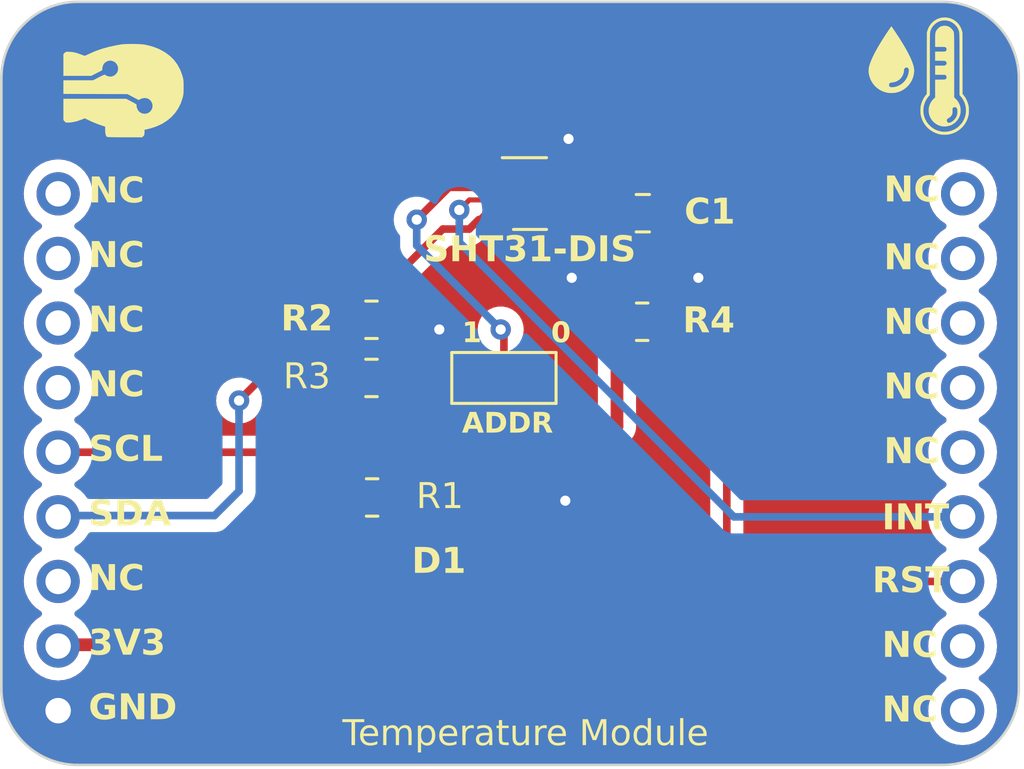
<source format=kicad_pcb>
(kicad_pcb (version 20240108) (generator "pcbnew") (generator_version "8.0")
  (layers (0 "F.Cu" signal) (31 "B.Cu" signal) (34 "B.Paste" user) (35 "F.Paste" user) (36 "B.SilkS" user "B.Silkscreen") (37 "F.SilkS" user "F.Silkscreen") (38 "B.Mask" user) (39 "F.Mask" user) (44 "Edge.Cuts" user))
  (net 0 "")
  (net 1 "GND")
  (net 2 "RESET")
  (net 3 "SDA")
  (net 4 "SCL")
  (net 5 "INT")
  (net 6 "+3V3")
  (net 7 "Net-(D1-A)")
  (net 8 "ADDR")
  (footprint "Resistor_SMD:R_0805_2012Metric" (layer "F.Cu") (at 126.365 103.251 180)
    (property "Reference" "R2" (at 2.54 0 0) (layer "F.SilkS") (effects (font (thickness 0.16) (bold yes))))
    (property "Value" "10k" (hide yes))
    (fp_line (start -0.227064 0.735) (end 0.227064 0.735) (stroke (width 0.12)) (layer "F.SilkS"))
    (fp_line (start -0.227064 -0.735) (end 0.227064 -0.735) (stroke (width 0.12)) (layer "F.SilkS"))
    (pad "1" smd roundrect (at -0.9125 0 180) (size 1.025 1.4) (layers "F.Cu" "F.Paste" "F.Mask") (roundrect_rratio 0.243902439) (net 6 "+3V3"))
    (pad "2" smd roundrect (at 0.9125 0 180) (size 1.025 1.4) (layers "F.Cu" "F.Paste" "F.Mask") (roundrect_rratio 0.243902439) (net 3 "SDA"))
  )
  (footprint "Resistor_SMD:R_0805_2012Metric" (layer "F.Cu") (at 126.365 105.537 180)
    (property "Reference" "R3" (at 2.54 0.01 0) (layer "F.SilkS"))
    (property "Value" "10k" (hide yes))
    (fp_line (start -0.227064 0.735) (end 0.227064 0.735) (stroke (width 0.12)) (layer "F.SilkS"))
    (fp_line (start -0.227064 -0.735) (end 0.227064 -0.735) (stroke (width 0.12)) (layer "F.SilkS"))
    (pad "1" smd roundrect (at -0.9125 0 180) (size 1.025 1.4) (layers "F.Cu" "F.Paste" "F.Mask") (roundrect_rratio 0.243902439) (net 6 "+3V3"))
    (pad "2" smd roundrect (at 0.9125 0 180) (size 1.025 1.4) (layers "F.Cu" "F.Paste" "F.Mask") (roundrect_rratio 0.243902439) (net 4 "SCL"))
  )
  (footprint "Sensor_Humidity:Sensirion_DFN-8-1EP_2.5x2.5mm_P0.5mm_EP1.1x1.7mm" (layer "F.Cu") (at 132.597 98.288)
    (property "Reference" "U1" (hide yes))
    (property "Value" "SHT31-DIS" (at -0.009 2.2452 0) (layer "F.SilkS") (effects (font (thickness 0.2) (bold yes))))
    (fp_line (start -1.09 -1.41) (end 0.65 -1.41) (stroke (width 0.12)) (layer "F.SilkS"))
    (fp_line (start -0.65 1.41) (end 0.65 1.41) (stroke (width 0.12)) (layer "F.SilkS"))
    (pad "1" smd rect (at -1.175 -0.75) (size 0.55 0.25) (layers "F.Cu" "F.Paste" "F.Mask") (net 3 "SDA"))
    (pad "2" smd rect (at -1.175 -0.25) (size 0.55 0.25) (layers "F.Cu" "F.Paste" "F.Mask") (net 8 "ADDR"))
    (pad "3" smd rect (at -1.175 0.25) (size 0.55 0.25) (layers "F.Cu" "F.Paste" "F.Mask") (net 5 "INT"))
    (pad "4" smd rect (at -1.175 0.75 180) (size 0.55 0.25) (layers "F.Cu" "F.Paste" "F.Mask") (net 4 "SCL"))
    (pad "5" smd rect (at 1.175 0.75) (size 0.55 0.25) (layers "F.Cu" "F.Paste" "F.Mask") (net 6 "+3V3"))
    (pad "6" smd rect (at 1.175 0.25) (size 0.55 0.25) (layers "F.Cu" "F.Paste" "F.Mask") (net 2 "RESET"))
    (pad "7" smd rect (at 1.175 -0.25) (size 0.55 0.25) (layers "F.Cu" "F.Paste" "F.Mask") (net 1 "GND"))
    (pad "8" smd rect (at 1.175 -0.75) (size 0.55 0.25) (layers "F.Cu" "F.Paste" "F.Mask") (net 1 "GND"))
    (pad "9" smd custom (at 0 0) (size 1 1) (layers "F.Cu" "F.Mask") (net 1 "GND") (options (clearance outline) (anchor circle)) (primitives (gr_poly (pts (xy 0.5 0.85) (xy -0.5 0.85) (xy -0.5 -0.55) (xy -0.2 -0.85) (xy 0.5 -0.85)) (width 0) (fill yes))))
  )
  (footprint "Resistor_SMD:R_0805_2012Metric" (layer "F.Cu") (at 126.3904 110.236)
    (property "Reference" "R1" (at 2.6625 0 0) (layer "F.SilkS"))
    (property "Value" "470r" (hide yes))
    (fp_line (start -0.227064 -0.735) (end 0.227064 -0.735) (stroke (width 0.12)) (layer "F.SilkS"))
    (fp_line (start -0.227064 0.735) (end 0.227064 0.735) (stroke (width 0.12)) (layer "F.SilkS"))
    (pad "1" smd roundrect (at -0.9125 0) (size 1.025 1.4) (layers "F.Cu" "F.Paste" "F.Mask") (roundrect_rratio 0.243902) (net 6 "+3V3"))
    (pad "2" smd roundrect (at 0.9125 0) (size 1.025 1.4) (layers "F.Cu" "F.Paste" "F.Mask") (roundrect_rratio 0.243902) (net 7 "Net-(D1-A)"))
  )
  (footprint "Capacitor_SMD:C_0805_2012Metric" (layer "F.Cu") (at 137.033 99.06)
    (property "Reference" "C1" (at 2.632 -0.006 0) (layer "F.SilkS") (effects (font (thickness 0.16) (bold yes))))
    (property "Value" "0.1uF" (hide yes))
    (fp_line (start -0.261252 -0.735) (end 0.261252 -0.735) (stroke (width 0.12)) (layer "F.SilkS"))
    (fp_line (start -0.261252 0.735) (end 0.261252 0.735) (stroke (width 0.12)) (layer "F.SilkS"))
    (pad "1" smd roundrect (at -0.95 0) (size 1 1.45) (layers "F.Cu" "F.Paste" "F.Mask") (net 6 "+3V3"))
    (pad "2" smd roundrect (at 0.95 0) (size 1 1.45) (layers "F.Cu" "F.Paste" "F.Mask") (net 1 "GND"))
  )
  (footprint "air_module:air_module" (layer "F.Cu") (at 131.4958 110.8316)
    (property "Reference" "U2" (hide yes))
    (property "Value" "~" (hide yes))
    (fp_poly (pts (xy -14.409382 -18.424609) (xy -14.284373 -18.420345) (xy -14.172436 -18.41358) (xy -14.080802 -18.404375) (xy -14.041724 -18.398303) (xy -13.853269 -18.357149) (xy -13.683331 -18.306133) (xy -13.519369 -18.241174) (xy -13.429404 -18.199111) (xy -13.225809 -18.083691) (xy -13.047121 -17.948997) (xy -12.892918 -17.794515) (xy -12.762778 -17.619731) (xy -12.65628 -17.424131) (xy -12.573 -17.2072) (xy -12.549521 -17.127104) (xy -12.536759 -17.07492) (xy -12.527646 -17.022564) (xy -12.521606 -16.963179) (xy -12.518064 -16.889906) (xy -12.516445 -16.795888) (xy -12.51616 -16.729254) (xy -12.516471 -16.624139) (xy -12.518179 -16.54326) (xy -12.521973 -16.479269) (xy -12.528539 -16.424819) (xy -12.538566 -16.372562) (xy -12.552742 -16.315149) (xy -12.556087 -16.30258) (xy -12.629514 -16.087143) (xy -12.729163 -15.888572) (xy -12.853947 -15.707853) (xy -13.002778 -15.54597) (xy -13.174568 -15.403908) (xy -13.368231 -15.282653) (xy -13.582678 -15.183189) (xy -13.816822 -15.106501) (xy -13.899335 -15.086106) (xy -14.053347 -15.050981) (xy -14.053347 -14.949039) (xy -14.054887 -14.890965) (xy -14.061819 -14.853309) (xy -14.077607 -14.824956) (xy -14.09952 -14.800924) (xy -14.145693 -14.754751) (xy -14.822188 -14.755232) (xy -15.017354 -14.755779) (xy -15.180988 -14.757122) (xy -15.313136 -14.759262) (xy -15.413847 -14.762201) (xy -15.483171 -14.765939) (xy -15.521154 -14.770477) (xy -15.527806 -14.772641) (xy -15.563505 -14.810321) (xy -15.587341 -14.875416) (xy -15.599544 -14.968744) (xy -15.601382 -15.034623) (xy -15.601407 -15.173346) (xy -15.801123 -15.240942) (xy -15.897413 -15.275849) (xy -16.007494 -15.319396) (xy -16.117074 -15.365754) (xy -16.20292 -15.404809) (xy -16.405002 -15.50108) (xy -16.548858 -15.442837) (xy -16.738064 -15.37858) (xy -16.919457 -15.342673) (xy -17.036014 -15.334083) (xy -17.096368 -15.333393) (xy -17.134749 -15.336828) (xy -17.160749 -15.347281) (xy -17.183963 -15.367645) (xy -17.197923 -15.382892) (xy -17.244143 -15.434479) (xy -17.244143 -15.852824) (xy -17.244143 -16.271169) (xy -16.010726 -16.271169) (xy -14.77731 -16.271169) (xy -14.567601 -16.160489) (xy -14.48664 -16.117331) (xy -14.429866 -16.085528) (xy -14.393293 -16.062146) (xy -14.372934 -16.044251) (xy -14.364803 -16.028908) (xy -14.364911 -16.013181) (xy -14.365213 -16.01152) (xy -14.36356 -15.958395) (xy -14.345036 -15.893567) (xy -14.3142 -15.828542) (xy -14.27561 -15.774828) (xy -14.268562 -15.767605) (xy -14.220027 -15.731434) (xy -14.160444 -15.701004) (xy -14.138599 -15.693187) (xy -14.044845 -15.679294) (xy -13.957182 -15.692779) (xy -13.879309 -15.729553) (xy -13.814926 -15.785526) (xy -13.767732 -15.856611) (xy -13.741427 -15.938718) (xy -13.739711 -16.027758) (xy -13.761874 -16.109552) (xy -13.812507 -16.193911) (xy -13.88157 -16.255114) (xy -13.964389 -16.291555) (xy -14.056294 -16.301627) (xy -14.152611 -16.283725) (xy -14.204852 -16.261841) (xy -14.28573 -16.220921) (xy -14.505204 -16.336872) (xy -14.724678 -16.452824) (xy -15.98441 -16.457138) (xy -17.244143 -16.461453) (xy -17.244143 -16.72962) (xy -17.244143 -16.997786) (xy -16.659908 -16.997786) (xy -16.075673 -16.997786) (xy -15.84744 -17.11641) (xy -15.749428 -17.165928) (xy -15.676635 -17.199529) (xy -15.629594 -17.216985) (xy -15.608844 -17.218071) (xy -15.608333 -17.217439) (xy -15.588169 -17.200581) (xy -15.550213 -17.178859) (xy -15.532275 -17.170245) (xy -15.441144 -17.144115) (xy -15.35248 -17.145987) (xy -15.27045 -17.172316) (xy -15.19922 -17.219556) (xy -15.142957 -17.284165) (xy -15.105828 -17.362595) (xy -15.092 -17.451304) (xy -15.102599 -17.535769) (xy -15.139889 -17.622434) (xy -15.199 -17.691754) (xy -15.274232 -17.740831) (xy -15.359887 -17.766768) (xy -15.450265 -17.766666) (xy -15.518719 -17.747343) (xy -15.603564 -17.697205) (xy -15.664 -17.627479) (xy -15.700644 -17.537286) (xy -15.711338 -17.4743) (xy -15.719827 -17.390055) (xy -15.932045 -17.280799) (xy -16.144263 -17.171542) (xy -16.694203 -17.171542) (xy -17.244143 -17.171542) (xy -17.244143 -17.59925) (xy -17.244143 -18.026958) (xy -17.19797 -18.073131) (xy -17.171241 -18.097234) (xy -17.144844 -18.11106) (xy -17.108952 -18.117397) (xy -17.053736 -18.119029) (xy -17.036061 -18.119029) (xy -16.888934 -18.108389) (xy -16.737628 -18.076092) (xy -16.574707 -18.02053) (xy -16.567054 -18.017486) (xy -16.503947 -17.993107) (xy -16.450536 -17.974072) (xy -16.414495 -17.963039) (xy -16.404952 -17.961343) (xy -16.383132 -17.968004) (xy -16.339239 -17.986194) (xy -16.27941 -18.013224) (xy -16.209783 -18.046407) (xy -16.201562 -18.050428) (xy -15.977798 -18.148206) (xy -15.72745 -18.235531) (xy -15.454095 -18.311363) (xy -15.161304 -18.374665) (xy -14.977414 -18.406257) (xy -14.895512 -18.415422) (xy -14.790527 -18.421778) (xy -14.66969 -18.425387) (xy -14.540231 -18.42631)) (fill solid) (layer "F.SilkS"))
    (fp_line (start -19.68 -17.08) (end -19.68 6.92) (stroke (width 0.1)) (layer "Edge.Cuts"))
    (fp_line (start -16.68 9.92) (end 17.32 9.92) (stroke (width 0.1)) (layer "Edge.Cuts"))
    (fp_line (start 17.32 -20.08) (end -16.68 -20.08) (stroke (width 0.1)) (layer "Edge.Cuts"))
    (fp_line (start 20.32 6.92) (end 20.32 -17.08) (stroke (width 0.1)) (layer "Edge.Cuts"))
    (fp_arc (start -19.68 -17.08) (mid -18.80132 -19.20132) (end -16.68 -20.08) (stroke (width 0.1)) (layer "Edge.Cuts"))
    (fp_arc (start -16.68 9.92) (mid -18.80132 9.04132) (end -19.68 6.92) (stroke (width 0.1)) (layer "Edge.Cuts"))
    (fp_arc (start 17.32 -20.08) (mid 19.44132 -19.20132) (end 20.32 -17.08) (stroke (width 0.1)) (layer "Edge.Cuts"))
    (fp_arc (start 20.32 6.92) (mid 19.44132 9.04132) (end 17.32 9.92) (stroke (width 0.1)) (layer "Edge.Cuts"))
    (fp_text user "SDA" (at -16.256 0.6744 0) (layer "F.SilkS") (effects (font (thickness 0.2) (bold yes)) (justify left bottom)))
    (fp_text user "NC" (at 14.9352 5.842 0) (layer "F.SilkS") (effects (font (thickness 0.2) (bold yes)) (justify left bottom)))
    (fp_text user "NC" (at -16.256 -9.4856 0) (layer "F.SilkS") (effects (font (thickness 0.2) (bold yes)) (justify left bottom)))
    (fp_text user "NC" (at 15.0114 -1.778 0) (layer "F.SilkS") (effects (font (thickness 0.2) (bold yes)) (justify left bottom)))
    (fp_text user "NC" (at -16.256 -4.4056 0) (layer "F.SilkS") (effects (font (thickness 0.2) (bold yes)) (justify left bottom)))
    (fp_text user "INT" (at 14.9352 0.8268 0) (layer "F.SilkS") (effects (font (thickness 0.2) (bold yes)) (justify left bottom)))
    (fp_text user "NC" (at 15.0114 -12.065 0) (layer "F.SilkS") (effects (font (thickness 0.2) (bold yes)) (justify left bottom)))
    (fp_text user "NC" (at 15.0114 -6.858 0) (layer "F.SilkS") (effects (font (thickness 0.2) (bold yes)) (justify left bottom)))
    (fp_text user "SCL" (at -16.256 -1.8656 0) (layer "F.SilkS") (effects (font (thickness 0.2) (bold yes)) (justify left bottom)))
    (fp_text user "NC" (at -16.256 -12.0256 0) (layer "F.SilkS") (effects (font (thickness 0.2) (bold yes)) (justify left bottom)))
    (fp_text user "Temperature Module" (at -6.2738 9.3104 0) (layer "F.SilkS") (effects (font (thickness 0.1)) (justify left bottom)))
    (fp_text user "NC" (at -16.256 -6.9456 0) (layer "F.SilkS") (effects (font (thickness 0.2) (bold yes)) (justify left bottom)))
    (fp_text user "NC" (at 15.0114 -4.318 0) (layer "F.SilkS") (effects (font (thickness 0.2) (bold yes)) (justify left bottom)))
    (fp_text user "NC" (at -16.256 3.2144 0) (layer "F.SilkS") (effects (font (thickness 0.2) (bold yes)) (justify left bottom)))
    (fp_text user "NC" (at 15.0114 -9.398 0) (layer "F.SilkS") (effects (font (thickness 0.2) (bold yes)) (justify left bottom)))
    (fp_text user "RST" (at 14.5542 3.302 0) (layer "F.SilkS") (effects (font (thickness 0.2) (bold yes)) (justify left bottom)))
    (fp_text user "3V3" (at -16.256 5.7544 0) (layer "F.SilkS") (effects (font (thickness 0.2) (bold yes)) (justify left bottom)))
    (fp_text user "GND" (at -16.256 8.2944 0) (layer "F.SilkS") (effects (font (thickness 0.2) (bold yes)) (justify left bottom)))
    (fp_text user "NC" (at 14.9352 8.382 0) (layer "F.SilkS") (effects (font (thickness 0.2) (bold yes)) (justify left bottom)))
    (pad "1" thru_hole oval (at -17.4498 -12.5336) (size 1.7 1.7) (drill 1) (layers "*.Cu" "*.Mask"))
    (pad "2" thru_hole oval (at -17.4498 -9.9936) (size 1.7 1.7) (drill 1) (layers "*.Cu" "*.Mask"))
    (pad "3" thru_hole oval (at -17.4498 -7.4536) (size 1.7 1.7) (drill 1) (layers "*.Cu" "*.Mask"))
    (pad "4" thru_hole oval (at -17.4498 -4.9136) (size 1.7 1.7) (drill 1) (layers "*.Cu" "*.Mask"))
    (pad "5" thru_hole oval (at -17.4498 -2.3736) (size 1.7 1.7) (drill 1) (layers "*.Cu" "*.Mask") (net 4 "SCL"))
    (pad "6" thru_hole oval (at -17.4498 0.1664) (size 1.7 1.7) (drill 1) (layers "*.Cu" "*.Mask") (net 3 "SDA"))
    (pad "7" thru_hole oval (at -17.4498 2.7064) (size 1.7 1.7) (drill 1) (layers "*.Cu" "*.Mask"))
    (pad "8" thru_hole oval (at -17.4498 5.2464) (size 1.7 1.7) (drill 1) (layers "*.Cu" "*.Mask") (net 6 "+3V3"))
    (pad "9" thru_hole oval (at -17.4498 7.7864) (size 1.7 1.7) (drill 1) (layers "*.Cu" "*.Mask") (net 1 "GND"))
    (pad "10" thru_hole oval (at 18.1102 7.7864) (size 1.7 1.7) (drill 1) (layers "*.Cu" "*.Mask"))
    (pad "11" thru_hole oval (at 18.1102 5.2464) (size 1.7 1.7) (drill 1) (layers "*.Cu" "*.Mask"))
    (pad "12" thru_hole oval (at 18.1102 2.7064) (size 1.7 1.7) (drill 1) (layers "*.Cu" "*.Mask") (net 2 "RESET"))
    (pad "13" thru_hole oval (at 18.1102 0.1664) (size 1.7 1.7) (drill 1) (layers "*.Cu" "*.Mask") (net 5 "INT"))
    (pad "14" thru_hole oval (at 18.1102 -2.3736) (size 1.7 1.7) (drill 1) (layers "*.Cu" "*.Mask"))
    (pad "15" thru_hole oval (at 18.1102 -4.9136) (size 1.7 1.7) (drill 1) (layers "*.Cu" "*.Mask"))
    (pad "16" thru_hole oval (at 18.1102 -7.4536) (size 1.7 1.7) (drill 1) (layers "*.Cu" "*.Mask"))
    (pad "17" thru_hole oval (at 18.1102 -9.9936) (size 1.7 1.7) (drill 1) (layers "*.Cu" "*.Mask"))
    (pad "18" thru_hole oval (at 18.1102 -12.5336) (size 1.7 1.7) (drill 1) (layers "*.Cu" "*.Mask"))
  )
  (footprint "memin:SHT_31" (layer "F.Cu") (at 147.828 93.472)
    (property "Reference" "G***" (hide yes))
    (property "Value" "LOGO" (hide yes))
    (fp_poly (pts (xy -1.009769 -1.745052) (xy -0.99695 -1.727502) (xy -0.977017 -1.698934) (xy -0.951185 -1.661181) (xy -0.920674 -1.616075) (xy -0.886699 -1.565447) (xy -0.850479 -1.511132) (xy -0.813231 -1.454959) (xy -0.776173 -1.398763) (xy -0.740521 -1.344375) (xy -0.707493 -1.293627) (xy -0.678307 -1.248351) (xy -0.654179 -1.210381) (xy -0.648627 -1.201517) (xy -0.548326 -1.03739) (xy -0.458864 -0.883842) (xy -0.380168 -0.740703) (xy -0.312166 -0.607807) (xy -0.254787 -0.484983) (xy -0.207957 -0.372064) (xy -0.171604 -0.268881) (xy -0.145657 -0.175265) (xy -0.130042 -0.091048) (xy -0.124689 -0.016062) (xy -0.125853 0.018233) (xy -0.141781 0.139333) (xy -0.171154 0.253118) (xy -0.214026 0.35971) (xy -0.270452 0.459229) (xy -0.340487 0.551798) (xy -0.394762 0.609706) (xy -0.483662 0.68676) (xy -0.580112 0.750539) (xy -0.683639 0.800798) (xy -0.793769 0.837293) (xy -0.868251 0.853446) (xy -0.919923 0.859925) (xy -0.980335 0.863489) (xy -1.044065 0.864131) (xy -1.105693 0.861845) (xy -1.159798 0.856625) (xy -1.17746 0.853833) (xy -1.291634 0.825561) (xy -1.399583 0.78363) (xy -1.50035 0.728761) (xy -1.592982 0.661675) (xy -1.676523 0.583093) (xy -1.70971 0.542743) (xy -1.116451 0.542743) (xy -1.11207 0.575746) (xy -1.095875 0.604868) (xy -1.076492 0.62171) (xy -1.051464 0.630803) (xy -1.015143 0.634953) (xy -0.970668 0.634355) (xy -0.921175 0.629201) (xy -0.869801 0.619683) (xy -0.819683 0.605996) (xy -0.819355 0.60589) (xy -0.724989 0.567512) (xy -0.638601 0.516904) (xy -0.561157 0.455268) (xy -0.49362 0.383808) (xy -0.436959 0.303728) (xy -0.392136 0.216231) (xy -0.360119 0.122522) (xy -0.341873 0.023803) (xy -0.340398 0.008806) (xy -0.338594 -0.038842) (xy -0.342553 -0.073439) (xy -0.344234 -0.079329) (xy -0.361766 -0.109635) (xy -0.389498 -0.13058) (xy -0.423964 -0.13972) (xy -0.43016 -0.139924) (xy -0.465561 -0.133036) (xy -0.494248 -0.113441) (xy -0.514959 -0.082745) (xy -0.526432 -0.042552) (xy -0.528357 -0.01501) (xy -0.535189 0.050341) (xy -0.554521 0.118173) (xy -0.584664 0.18521) (xy -0.623927 0.248175) (xy -0.670621 0.303791) (xy -0.711624 0.340355) (xy -0.777819 0.384829) (xy -0.846355 0.417239) (xy -0.920918 0.439006) (xy -0.9983 0.450883) (xy -1.032143 0.454799) (xy -1.054807 0.459205) (xy -1.070405 0.465428) (xy -1.08305 0.474797) (xy -1.088508 0.480029) (xy -1.108703 0.509592) (xy -1.116451 0.542743) (xy -1.70971 0.542743) (xy -1.750018 0.493736) (xy -1.812513 0.394324) (xy -1.829461 0.361665) (xy -1.869879 0.26612) (xy -1.898692 0.167583) (xy -1.915511 0.068564) (xy -1.919947 -0.028426) (xy -1.911612 -0.120878) (xy -1.907527 -0.142796) (xy -1.884415 -0.233597) (xy -1.850582 -0.334858) (xy -1.806197 -0.446267) (xy -1.751425 -0.567514) (xy -1.686435 -0.698286) (xy -1.611393 -0.838273) (xy -1.526467 -0.987162) (xy -1.431823 -1.144643) (xy -1.327628 -1.310403) (xy -1.214049 -1.484132) (xy -1.091254 -1.665519) (xy -1.089219 -1.668476) (xy -1.02393 -1.763332)) (fill solid) (layer "F.SilkS"))
    (fp_poly (pts (xy 1.134845 -2.106789) (xy 1.208663 -2.097478) (xy 1.235168 -2.091796) (xy 1.333408 -2.060085) (xy 1.424567 -2.015304) (xy 1.50763 -1.958446) (xy 1.581583 -1.890504) (xy 1.645412 -1.812472) (xy 1.698101 -1.725342) (xy 1.738636 -1.630107) (xy 1.752442 -1.585594) (xy 1.772679 -1.512361) (xy 1.774796 -0.307144) (xy 1.776913 0.898073) (xy 1.806213 0.933374) (xy 1.873486 1.025429) (xy 1.930477 1.126173) (xy 1.974901 1.231456) (xy 1.982008 1.252481) (xy 1.997919 1.304585) (xy 2.009539 1.351014) (xy 2.017469 1.396037) (xy 2.022312 1.443923) (xy 2.024671 1.498942) (xy 2.025167 1.558305) (xy 2.02483 1.608787) (xy 2.02378 1.647829) (xy 2.021626 1.679305) (xy 2.017981 1.707086) (xy 2.012456 1.735045) (xy 2.004661 1.767054) (xy 2.003913 1.769962) (xy 1.979835 1.853166) (xy 1.952413 1.926349) (xy 1.919283 1.994777) (xy 1.878079 2.063713) (xy 1.85928 2.091917) (xy 1.787219 2.184032) (xy 1.704017 2.2666) (xy 1.611252 2.338603) (xy 1.510504 2.399028) (xy 1.403349 2.446856) (xy 1.291365 2.481074) (xy 1.237567 2.492156) (xy 1.187989 2.498365) (xy 1.128679 2.501992) (xy 1.064721 2.503044) (xy 1.001198 2.501529) (xy 0.943192 2.497452) (xy 0.900502 2.491707) (xy 0.795095 2.465648) (xy 0.691301 2.426503) (xy 0.591602 2.375722) (xy 0.498476 2.314758) (xy 0.414403 2.24506) (xy 0.341863 2.168081) (xy 0.3367 2.161736) (xy 0.273951 2.07714) (xy 0.223507 1.993585) (xy 0.183282 1.90688) (xy 0.151189 1.812829) (xy 0.137415 1.76123) (xy 0.128019 1.710184) (xy 0.121639 1.648595) (xy 0.118394 1.582338) (xy 0.23479 1.582338) (xy 0.24575 1.689954) (xy 0.271005 1.795532) (xy 0.281332 1.826319) (xy 0.320993 1.920186) (xy 0.370074 2.005141) (xy 0.430644 2.084349) (xy 0.492534 2.149355) (xy 0.570389 2.217185) (xy 0.651003 2.272559) (xy 0.736724 2.316582) (xy 0.8299 2.350362) (xy 0.932877 2.375006) (xy 0.991649 2.384659) (xy 1.018262 2.386468) (xy 1.05561 2.386449) (xy 1.099251 2.384856) (xy 1.144749 2.381941) (xy 1.187662 2.377957) (xy 1.223552 2.373157) (xy 1.23669 2.370701) (xy 1.324845 2.346619) (xy 1.412145 2.312995) (xy 1.494095 2.27185) (xy 1.566203 2.225209) (xy 1.575483 2.218181) (xy 1.612765 2.186689) (xy 1.653706 2.147761) (xy 1.694558 2.105327) (xy 1.731574 2.063319) (xy 1.761009 2.025668) (xy 1.766502 2.017757) (xy 1.822335 1.921363) (xy 1.864615 1.819104) (xy 1.893122 1.712591) (xy 1.907636 1.603433) (xy 1.907936 1.49324) (xy 1.893802 1.383622) (xy 1.867187 1.282635) (xy 1.834582 1.201914) (xy 1.791199 1.120509) (xy 1.740272 1.04392) (xy 1.692833 0.986019) (xy 1.654024 0.943556) (xy 1.653892 -0.265258) (xy 1.653879 -0.427563) (xy 1.653863 -0.575294) (xy 1.653823 -0.70919) (xy 1.653735 -0.829993) (xy 1.653578 -0.938442) (xy 1.653329 -1.035278) (xy 1.652966 -1.121241) (xy 1.652468 -1.197073) (xy 1.651811 -1.263513) (xy 1.650974 -1.321301) (xy 1.649935 -1.371179) (xy 1.648671 -1.413886) (xy 1.64716 -1.450164) (xy 1.64538 -1.480751) (xy 1.643309 -1.50639) (xy 1.640925 -1.52782) (xy 1.638204 -1.545781) (xy 1.635127 -1.561015) (xy 1.631669 -1.574261) (xy 1.627809 -1.58626) (xy 1.623525 -1.597752) (xy 1.618794 -1.609478) (xy 1.613595 -1.622178) (xy 1.613212 -1.623124) (xy 1.584346 -1.685172) (xy 1.549838 -1.740047) (xy 1.506202 -1.792924) (xy 1.481588 -1.818519) (xy 1.408585 -1.881687) (xy 1.330273 -1.93049) (xy 1.246641 -1.964932) (xy 1.157681 -1.985018) (xy 1.074468 -1.990823) (xy 0.980075 -1.983852) (xy 0.891062 -1.962545) (xy 0.807492 -1.926928) (xy 0.729428 -1.877028) (xy 0.662518 -1.818519) (xy 0.613396 -1.764795) (xy 0.575039 -1.711502) (xy 0.543959 -1.653465) (xy 0.530894 -1.623124) (xy 0.525661 -1.610328) (xy 0.520898 -1.598558) (xy 0.516583 -1.587073) (xy 0.512694 -1.575134) (xy 0.509209 -1.562) (xy 0.506105 -1.54693) (xy 0.503361 -1.529184) (xy 0.500953 -1.508021) (xy 0.498861 -1.482702) (xy 0.497061 -1.452486) (xy 0.495532 -1.416631) (xy 0.494252 -1.374399) (xy 0.493197 -1.325048) (xy 0.492347 -1.267839) (xy 0.491678 -1.20203) (xy 0.49117 -1.126881) (xy 0.490798 -1.041652) (xy 0.490542 -0.945602) (xy 0.490379 -0.837992) (xy 0.490287 -0.71808) (xy 0.490244 -0.585126) (xy 0.490228 -0.43839) (xy 0.490215 -0.277131) (xy 0.490214 -0.265258) (xy 0.490081 0.943556) (xy 0.450476 0.986746) (xy 0.382693 1.071755) (xy 0.327198 1.164677) (xy 0.284327 1.263855) (xy 0.254412 1.36763) (xy 0.237788 1.474344) (xy 0.23479 1.582338) (xy 0.118394 1.582338) (xy 0.118326 1.580944) (xy 0.118131 1.511712) (xy 0.121104 1.445382) (xy 0.127297 1.386436) (xy 0.132815 1.355381) (xy 0.163815 1.24545) (xy 0.207956 1.138003) (xy 0.263551 1.036621) (xy 0.323086 0.952129) (xy 0.367194 0.896624) (xy 0.369484 -0.307868) (xy 0.371775 -1.512361) (xy 0.38882 -1.576055) (xy 0.422718 -1.674637) (xy 0.469172 -1.765921) (xy 0.527111 -1.848842) (xy 0.595466 -1.922337) (xy 0.673164 -1.985341) (xy 0.759135 -2.03679) (xy 0.852309 -2.075619) (xy 0.907416 -2.091499) (xy 0.978156 -2.103794) (xy 1.055987 -2.108892)) (fill solid) (layer "F.SilkS"))
    (fp_poly (pts (xy 1.120302 -1.780719) (xy 1.191557 -1.765083) (xy 1.251431 -1.73999) (xy 1.286521 -1.71671) (xy 1.324228 -1.684309) (xy 1.360092 -1.647247) (xy 1.389652 -1.609985) (xy 1.403058 -1.588363) (xy 1.408692 -1.578071) (xy 1.413826 -1.568797) (xy 1.418485 -1.55982) (xy 1.422692 -1.550425) (xy 1.426468 -1.539893) (xy 1.429839 -1.527507) (xy 1.432826 -1.512549) (xy 1.435452 -1.494301) (xy 1.437741 -1.472046) (xy 1.439716 -1.445066) (xy 1.4414 -1.412643) (xy 1.442815 -1.37406) (xy 1.443986 -1.328599) (xy 1.444934 -1.275543) (xy 1.445683 -1.214173) (xy 1.446256 -1.143772) (xy 1.446676 -1.063623) (xy 1.446967 -0.973008) (xy 1.44715 -0.871208) (xy 1.44725 -0.757507) (xy 1.447289 -0.631187) (xy 1.44729 -0.491529) (xy 1.447277 -0.337818) (xy 1.447271 -0.211787) (xy 1.447271 1.035795) (xy 1.497326 1.081661) (xy 1.562428 1.151514) (xy 1.616834 1.231329) (xy 1.659306 1.319026) (xy 1.684919 1.397498) (xy 1.69482 1.45062) (xy 1.700251 1.512422) (xy 1.701042 1.576884) (xy 1.697028 1.637989) (xy 1.692465 1.66934) (xy 1.668617 1.757789) (xy 1.63099 1.842243) (xy 1.580949 1.920958) (xy 1.519865 1.99219) (xy 1.449104 2.054196) (xy 1.370035 2.105232) (xy 1.337598 2.12162) (xy 1.271263 2.146854) (xy 1.196612 2.165474) (xy 1.118929 2.176671) (xy 1.043494 2.179634) (xy 0.987243 2.175381) (xy 0.892336 2.154568) (xy 0.80322 2.120199) (xy 0.721055 2.073312) (xy 0.647 2.014949) (xy 0.582213 1.94615) (xy 0.577324 1.939118) (xy 1.156286 1.939118) (xy 1.162787 1.976154) (xy 1.181044 2.006417) (xy 1.205666 2.02502) (xy 1.227413 2.0335) (xy 1.248482 2.035519) (xy 1.272713 2.030535) (xy 1.303945 2.018011) (xy 1.32418 2.008362) (xy 1.383237 1.971837) (xy 1.43816 1.923679) (xy 1.48629 1.867088) (xy 1.524971 1.80527) (xy 1.551543 1.741425) (xy 1.554665 1.7306) (xy 1.565187 1.679613) (xy 1.57078 1.625884) (xy 1.571521 1.573055) (xy 1.567488 1.52477) (xy 1.558759 1.484671) (xy 1.548944 1.461763) (xy 1.525292 1.435505) (xy 1.494229 1.420574) (xy 1.45954 1.41785) (xy 1.425014 1.428213) (xy 1.419044 1.431575) (xy 1.400615 1.444624) (xy 1.388608 1.459139) (xy 1.382058 1.478352) (xy 1.379995 1.505491) (xy 1.381453 1.543787) (xy 1.382192 1.554614) (xy 1.383093 1.618613) (xy 1.375356 1.67272) (xy 1.358357 1.720095) (xy 1.344502 1.744953) (xy 1.315105 1.781743) (xy 1.276073 1.816776) (xy 1.232797 1.84532) (xy 1.226234 1.848769) (xy 1.189548 1.871859) (xy 1.166884 1.897507) (xy 1.156975 1.927348) (xy 1.156286 1.939118) (xy 0.577324 1.939118) (xy 0.527854 1.867956) (xy 0.485083 1.781406) (xy 0.458346 1.700685) (xy 0.448523 1.647889) (xy 0.44335 1.586298) (xy 0.442885 1.521728) (xy 0.447186 1.459995) (xy 0.455458 1.410466) (xy 0.484691 1.317722) (xy 0.527255 1.230506) (xy 0.581906 1.150979) (xy 0.643255 1.085097) (xy 0.696834 1.035491) (xy 0.696834 0.686791) (xy 0.696834 0.338092) (xy 0.890544 0.335597) (xy 0.95123 0.334706) (xy 0.998521 0.33369) (xy 1.034339 0.332406) (xy 1.060605 0.33071) (xy 1.079238 0.328461) (xy 1.09216 0.325513) (xy 1.101292 0.321725) (xy 1.104795 0.319629) (xy 1.130685 0.29442) (xy 1.144605 0.262871) (xy 1.146216 0.228604) (xy 1.135184 0.19524) (xy 1.118432 0.173009) (xy 1.094757 0.149321) (xy 0.895796 0.147044) (xy 0.696834 0.144768) (xy 0.696834 -0.034822) (xy 0.696834 -0.214411) (xy 0.88714 -0.214411) (xy 0.946085 -0.214457) (xy 0.991738 -0.214705) (xy 1.026126 -0.215318) (xy 1.05127 -0.21646) (xy 1.069196 -0.218294) (xy 1.081928 -0.220983) (xy 1.09149 -0.224691) (xy 1.099906 -0.229581) (xy 1.103353 -0.23187) (xy 1.131754 -0.25863) (xy 1.146389 -0.290119) (xy 1.146792 -0.32417) (xy 1.132495 -0.358615) (xy 1.131133 -0.360686) (xy 1.12138 -0.373564) (xy 1.110188 -0.383694) (xy 1.095689 -0.391408) (xy 1.076015 -0.397036) (xy 1.049297 -0.400909) (xy 1.013669 -0.403359) (xy 0.967262 -0.404717) (xy 0.908207 -0.405313) (xy 0.8787 -0.405417) (xy 0.696834 -0.405849) (xy 0.696834 -0.585801) (xy 0.696834 -0.765752) (xy 0.888653 -0.765752) (xy 0.950636 -0.765909) (xy 0.99916 -0.766446) (xy 1.036077 -0.767465) (xy 1.063239 -0.769064) (xy 1.082499 -0.771346) (xy 1.09571 -0.774409) (xy 1.102934 -0.777368) (xy 1.12801 -0.79826) (xy 1.143368 -0.827462) (xy 1.147987 -0.860679) (xy 1.140845 -0.893617) (xy 1.133724 -0.9069) (xy 1.125078 -0.919214) (xy 1.116018 -0.928861) (xy 1.104657 -0.936167) (xy 1.089106 -0.941463) (xy 1.067476 -0.945076) (xy 1.03788 -0.947335) (xy 0.998428 -0.948568) (xy 0.947233 -0.949104) (xy 0.890187 -0.949262) (xy 0.696834 -0.949533) (xy 0.696834 -1.204451) (xy 0.696977 -1.281647) (xy 0.697546 -1.345376) (xy 0.698754 -1.397484) (xy 0.700814 -1.439818) (xy 0.703939 -1.474224) (xy 0.708341 -1.502548) (xy 0.714233 -1.526636) (xy 0.721827 -1.548336) (xy 0.731336 -1.569494) (xy 0.741047 -1.588363) (xy 0.764327 -1.623453) (xy 0.796728 -1.66116) (xy 0.83379 -1.697023) (xy 0.871052 -1.726583) (xy 0.892674 -1.73999) (xy 0.923499 -1.754156) (xy 0.958827 -1.767191) (xy 0.976602 -1.772465) (xy 1.047315 -1.783337)) (fill solid) (layer "F.SilkS"))
  )
  (footprint "Resistor_SMD:R_0805_2012Metric" (layer "F.Cu") (at 137.0076 103.3272)
    (property "Reference" "R4" (at 2.6162 0 0) (layer "F.SilkS") (effects (font (thickness 0.16) (bold yes))))
    (property "Value" "10k" (hide yes))
    (fp_line (start -0.227064 -0.735) (end 0.227064 -0.735) (stroke (width 0.12)) (layer "F.SilkS"))
    (fp_line (start -0.227064 0.735) (end 0.227064 0.735) (stroke (width 0.12)) (layer "F.SilkS"))
    (pad "1" smd roundrect (at -0.9125 0) (size 1.025 1.4) (layers "F.Cu" "F.Paste" "F.Mask") (roundrect_rratio 0.243902) (net 6 "+3V3"))
    (pad "2" smd roundrect (at 0.9125 0) (size 1.025 1.4) (layers "F.Cu" "F.Paste" "F.Mask") (roundrect_rratio 0.243902) (net 2 "RESET"))
  )
  (footprint "LED_SMD:LED_0805_2012Metric" (layer "F.Cu") (at 126.365 112.784)
    (property "Reference" "D1" (at 2.65 0 0) (layer "F.SilkS") (effects (font (thickness 0.2) (bold yes))))
    (property "Value" "LED" (hide yes))
    (pad "1" smd roundrect (at -0.9375 0) (size 0.975 1.4) (layers "F.Cu" "F.Paste" "F.Mask") (net 1 "GND"))
    (pad "2" smd roundrect (at 0.9375 0) (size 0.975 1.4) (layers "F.Cu" "F.Paste" "F.Mask") (net 7 "Net-(D1-A)"))
  )
  (footprint "Jumper:SolderJumper-3_P1.3mm_Open_Pad1.0x1.5mm" (layer "F.Cu") (at 131.572 105.537)
    (property "Reference" "JP2" (hide yes))
    (property "Value" "Jumper_3_Open" (hide yes))
    (fp_line (start -2.05 -1) (end 2.05 -1) (stroke (width 0.12)) (layer "F.SilkS"))
    (fp_line (start -2.05 1) (end -2.05 -1) (stroke (width 0.12)) (layer "F.SilkS"))
    (fp_line (start 2.05 -1) (end 2.05 1) (stroke (width 0.12)) (layer "F.SilkS"))
    (fp_line (start 2.05 1) (end -2.05 1) (stroke (width 0.12)) (layer "F.SilkS"))
    (pad "1" smd rect (at -1.3 0) (size 1 1.5) (layers "F.Cu" "F.Mask") (net 6 "+3V3"))
    (pad "2" smd rect (at 0 0) (size 1 1.5) (layers "F.Cu" "F.Mask") (net 8 "ADDR"))
    (pad "3" smd rect (at 1.3 0) (size 1 1.5) (layers "F.Cu" "F.Mask") (net 1 "GND"))
  )
  (gr_text "1       0" (at 129.921 104.267 0) (layer "F.SilkS") (effects (font (size 0.8 0.8) (thickness 0.2) (bold yes)) (justify left bottom)))
  (gr_text "ADDR" (at 129.921 107.823 0) (layer "F.SilkS") (effects (font (size 0.8 0.8) (thickness 0.2) (bold yes)) (justify left bottom)))
  (segment (start 133.772 97.538) (end 133.772 96.479) (width 0.2) (layer "F.Cu") (net 1))
  (segment (start 133.772 97.538) (end 133.772 98.038) (width 0.2) (layer "F.Cu") (net 1))
  (segment (start 132.847 98.038) (end 132.597 98.288) (width 0.2) (layer "F.Cu") (net 1))
  (segment (start 133.772 96.479) (end 134.112 96.139) (width 0.2) (layer "F.Cu") (net 1))
  (segment (start 133.772 98.038) (end 132.847 98.038) (width 0.2) (layer "F.Cu") (net 1))
  (via (at 129.032 103.632) (size 0.8) (drill 0.4) (layers "F.Cu" "B.Cu") (net 1))
  (via (at 134.239 101.6) (size 0.8) (drill 0.4) (layers "F.Cu" "B.Cu") (net 1))
  (via (at 134.112 96.139) (size 0.8) (drill 0.4) (layers "F.Cu" "B.Cu") (net 1))
  (via (at 139.2155 101.6) (size 0.8) (drill 0.4) (layers "F.Cu" "B.Cu") (net 1))
  (via (at 133.985 110.363) (size 0.8) (drill 0.4) (layers "F.Cu" "B.Cu") (net 1))
  (segment (start 149.622 113.538) (end 141.732 113.538) (width 0.3) (layer "F.Cu") (net 2))
  (segment (start 137.7715 103.251) (end 137.7715 103.2275) (width 0.5) (layer "F.Cu") (net 2))
  (segment (start 134.5305 98.538) (end 134.6435 98.425) (width 0.2) (layer "F.Cu") (net 2))
  (segment (start 134.6435 98.4015) (end 134.6435 98.425) (width 0.3) (layer "F.Cu") (net 2))
  (segment (start 141.732 113.538) (end 140.335 112.141) (width 0.3) (layer "F.Cu") (net 2))
  (segment (start 139.954 103.378) (end 140.335 103.759) (width 0.3) (layer "F.Cu") (net 2))
  (segment (start 135.509 97.536) (end 134.6435 98.4015) (width 0.3) (layer "F.Cu") (net 2))
  (segment (start 137.969 103.378) (end 139.954 103.378) (width 0.3) (layer "F.Cu") (net 2))
  (segment (start 133.772 98.538) (end 134.5305 98.538) (width 0.2) (layer "F.Cu") (net 2))
  (segment (start 149.69 113.47) (end 149.622 113.538) (width 0.3) (layer "F.Cu") (net 2))
  (segment (start 140.335 98.171) (end 139.7 97.536) (width 0.3) (layer "F.Cu") (net 2))
  (segment (start 139.7 97.536) (end 135.509 97.536) (width 0.3) (layer "F.Cu") (net 2))
  (segment (start 140.335 112.141) (end 140.335 98.171) (width 0.3) (layer "F.Cu") (net 2))
  (segment (start 129.515443 97.538) (end 131.422 97.538) (width 0.2) (layer "F.Cu") (net 3))
  (segment (start 125.476 103.2745) (end 125.4525 103.251) (width 0.5) (layer "F.Cu") (net 3))
  (segment (start 126.998 97.538) (end 129.515443 97.538) (width 0.3) (layer "F.Cu") (net 3))
  (segment (start 125.4525 103.251) (end 125.4525 99.0835) (width 0.3) (layer "F.Cu") (net 3))
  (segment (start 125.4525 99.0835) (end 126.998 97.538) (width 0.3) (layer "F.Cu") (net 3))
  (segment (start 124.333 103.251) (end 125.4525 103.251) (width 0.3) (layer "F.Cu") (net 3))
  (segment (start 121.158 106.426) (end 124.333 103.251) (width 0.3) (layer "F.Cu") (net 3))
  (via (at 121.158 106.426) (size 0.8) (drill 0.4) (layers "F.Cu" "B.Cu") (net 3))
  (segment (start 121.158 106.934) (end 121.158 106.426) (width 0.3) (layer "B.Cu") (net 3))
  (segment (start 121.158 109.982) (end 120.1928 110.9472) (width 0.3) (layer "B.Cu") (net 3))
  (segment (start 120.1928 110.9472) (end 114.0968 110.9472) (width 0.3) (layer "B.Cu") (net 3))
  (segment (start 114.0968 110.9472) (end 114.0968 110.871) (width 0.3) (layer "B.Cu") (net 3))
  (segment (start 121.158 106.426) (end 121.158 109.982) (width 0.3) (layer "B.Cu") (net 3))
  (segment (start 130.2105 99.683) (end 130.5795 99.314) (width 0.3) (layer "F.Cu") (net 4))
  (segment (start 125.476 105.537) (end 125.571009 105.632009) (width 0.5) (layer "F.Cu") (net 4))
  (segment (start 122.5315 108.458) (end 114.1476 108.458) (width 0.3) (layer "F.Cu") (net 4))
  (segment (start 130.8555 99.038) (end 131.422 99.038) (width 0.2) (layer "F.Cu") (net 4))
  (segment (start 114.1476 108.458) (end 114.0968 108.4072) (width 0.3) (layer "F.Cu") (net 4))
  (segment (start 126.367272 102.486728) (end 129.171 99.683) (width 0.3) (layer "F.Cu") (net 4))
  (segment (start 125.879887 104.384641) (end 126.367272 103.897256) (width 0.3) (layer "F.Cu") (net 4))
  (segment (start 125.4525 105.537) (end 125.4525 104.7985) (width 0.3) (layer "F.Cu") (net 4))
  (segment (start 126.367272 103.897256) (end 126.367272 102.486728) (width 0.3) (layer "F.Cu") (net 4))
  (segment (start 125.4525 104.7985) (end 125.866359 104.384641) (width 0.3) (layer "F.Cu") (net 4))
  (segment (start 129.171 99.683) (end 130.2105 99.683) (width 0.3) (layer "F.Cu") (net 4))
  (segment (start 125.4525 105.537) (end 122.5315 108.458) (width 0.3) (layer "F.Cu") (net 4))
  (segment (start 125.866359 104.384641) (end 125.879887 104.384641) (width 0.3) (layer "F.Cu") (net 4))
  (segment (start 130.5795 99.314) (end 130.8555 99.038) (width 0.2) (layer "F.Cu") (net 4))
  (segment (start 131.422 98.538) (end 130.2125 98.538) (width 0.2) (layer "F.Cu") (net 5))
  (segment (start 130.2125 98.538) (end 129.8175 98.933) (width 0.2) (layer "F.Cu") (net 5))
  (via (at 129.8175 98.933) (size 0.8) (drill 0.4) (layers "F.Cu" "B.Cu") (net 5))
  (segment (start 140.6125 110.998) (end 149.606 110.998) (width 0.3) (layer "B.Cu") (net 5))
  (segment (start 129.8175 100.203) (end 140.6125 110.998) (width 0.3) (layer "B.Cu") (net 5))
  (segment (start 129.8175 98.933) (end 129.8175 100.203) (width 0.3) (layer "B.Cu") (net 5))
  (segment (start 125.4779 110.236) (end 125.4779 108.9641) (width 0.5) (layer "F.Cu") (net 6))
  (segment (start 135.255 108.204) (end 126.238 108.204) (width 0.5) (layer "F.Cu") (net 6))
  (segment (start 135.9795 99.06) (end 134.6435 99.06) (width 0.3) (layer "F.Cu") (net 6))
  (segment (start 118.6688 116.0272) (end 124.46 110.236) (width 0.5) (layer "F.Cu") (net 6))
  (segment (start 114.0968 115.951) (end 114.173 116.0272) (width 0.5) (layer "F.Cu") (net 6))
  (segment (start 136.017 107.442) (end 135.255 108.204) (width 0.5) (layer "F.Cu") (net 6))
  (segment (start 125.4779 108.9641) (end 127.2775 107.1645) (width 0.5) (layer "F.Cu") (net 6))
  (segment (start 114.173 116.0272) (end 118.6688 116.0272) (width 0.5) (layer "F.Cu") (net 6))
  (segment (start 136.017 99.126) (end 136.017 103.1475) (width 0.5) (layer "F.Cu") (net 6))
  (segment (start 127.3645 105.6005) (end 127.301 105.537) (width 0.3) (layer "F.Cu") (net 6))
  (segment (start 133.772 99.038) (end 134.6215 99.038) (width 0.2) (layer "F.Cu") (net 6))
  (segment (start 136.083 99.06) (end 136.017 99.126) (width 0.5) (layer "F.Cu") (net 6))
  (segment (start 127.2775 105.537) (end 130.272 105.537) (width 0.5) (layer "F.Cu") (net 6))
  (segment (start 126.238 108.204) (end 125.6538 108.7882) (width 0.5) (layer "F.Cu") (net 6))
  (segment (start 134.6215 99.038) (end 134.6435 99.06) (width 0.2) (layer "F.Cu") (net 6))
  (segment (start 127.2775 103.251) (end 127.2775 105.537) (width 0.5) (layer "F.Cu") (net 6))
  (segment (start 124.46 110.236) (end 125.4779 110.236) (width 0.5) (layer "F.Cu") (net 6))
  (segment (start 136.017 103.3545) (end 136.017 107.442) (width 0.5) (layer "F.Cu") (net 6))
  (segment (start 127.51175 105.32625) (end 127.2695 105.5685) (width 0.3) (layer "F.Cu") (net 6))
  (segment (start 127.2775 107.1645) (end 127.2775 105.537) (width 0.5) (layer "F.Cu") (net 6))
  (segment (start 127.2775 112.759) (end 127.3025 112.784) (width 0.5) (layer "F.Cu") (net 7))
  (segment (start 127.2775 110.49) (end 127.2775 112.759) (width 0.5) (layer "F.Cu") (net 7))
  (segment (start 128.143 99.314) (end 129.413 98.044) (width 0.3) (layer "F.Cu") (net 8))
  (segment (start 131.572 103.759) (end 131.572 105.537) (width 0.3) (layer "F.Cu") (net 8))
  (segment (start 130.3315 98.038) (end 130.3255 98.044) (width 0.2) (layer "F.Cu") (net 8))
  (segment (start 129.413 98.044) (end 130.3255 98.044) (width 0.3) (layer "F.Cu") (net 8))
  (segment (start 131.422 98.038) (end 130.3315 98.038) (width 0.2) (layer "F.Cu") (net 8))
  (segment (start 131.445 103.632) (end 131.572 103.759) (width 0.3) (layer "F.Cu") (net 8))
  (via (at 131.445 103.632) (size 0.8) (drill 0.4) (layers "F.Cu" "B.Cu") (net 8))
  (via (at 128.143 99.314) (size 0.8) (drill 0.4) (layers "F.Cu" "B.Cu") (net 8))
  (segment (start 131.445 103.632) (end 128.143 100.33) (width 0.3) (layer "B.Cu") (net 8))
  (segment (start 128.143 100.33) (end 128.143 99.314) (width 0.3) (layer "B.Cu") (net 8))
  (zone (net 1) (net_name "GND") (layers "F&B.Cu") (connect_pads yes (clearance 0.5)) (min_thickness 0.25) (fill yes (thermal_gap 0.5) (thermal_bridge_width 0.5))
    (polygon (pts (xy 111.76 90.678) (xy 152.019 90.678) (xy 152.019 120.777) (xy 151.892 120.904) (xy 111.76 120.904)))
  )
)
</source>
